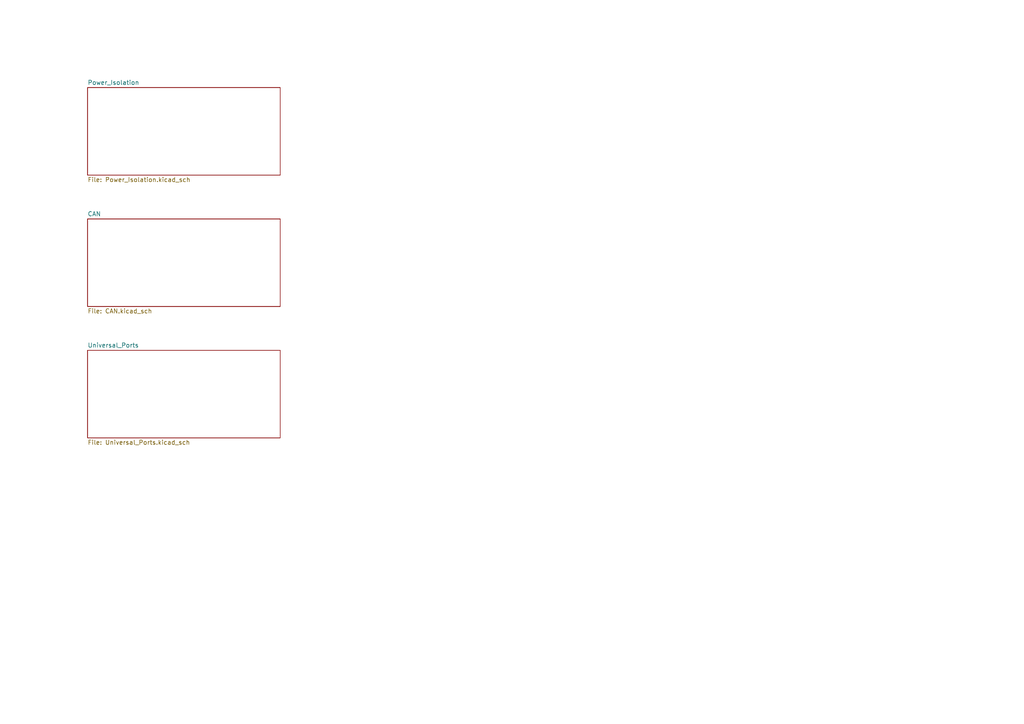
<source format=kicad_sch>
(kicad_sch
	(version 20250114)
	(generator "eeschema")
	(generator_version "9.0")
	(uuid "d188d587-a283-4d42-bf18-6e85dcc02a49")
	(paper "A4")
	(title_block
		(title "CAN Isolation_Power Board")
		(date "2025-11-06")
		(rev "Ver.1.1")
		(company "ISHI-Kai")
	)
	(lib_symbols)
	(sheet
		(at 25.4 101.6)
		(size 55.88 25.4)
		(exclude_from_sim no)
		(in_bom yes)
		(on_board yes)
		(dnp no)
		(fields_autoplaced yes)
		(stroke
			(width 0.1524)
			(type solid)
		)
		(fill
			(color 0 0 0 0.0000)
		)
		(uuid "54dda61f-9174-4ddd-af5e-6bc53d2182b0")
		(property "Sheetname" "Universal_Ports"
			(at 25.4 100.8884 0)
			(effects
				(font
					(size 1.27 1.27)
				)
				(justify left bottom)
			)
		)
		(property "Sheetfile" "Universal_Ports.kicad_sch"
			(at 25.4 127.5846 0)
			(effects
				(font
					(size 1.27 1.27)
				)
				(justify left top)
			)
		)
		(instances
			(project "CAN_Isolation"
				(path "/d188d587-a283-4d42-bf18-6e85dcc02a49"
					(page "4")
				)
			)
		)
	)
	(sheet
		(at 25.4 63.5)
		(size 55.88 25.4)
		(exclude_from_sim no)
		(in_bom yes)
		(on_board yes)
		(dnp no)
		(fields_autoplaced yes)
		(stroke
			(width 0.1524)
			(type solid)
		)
		(fill
			(color 0 0 0 0.0000)
		)
		(uuid "5dfa8e39-e9b8-4824-a3da-3e9c1cd4b8ee")
		(property "Sheetname" "CAN"
			(at 25.4 62.7884 0)
			(effects
				(font
					(size 1.27 1.27)
				)
				(justify left bottom)
			)
		)
		(property "Sheetfile" "CAN.kicad_sch"
			(at 25.4 89.4846 0)
			(effects
				(font
					(size 1.27 1.27)
				)
				(justify left top)
			)
		)
		(instances
			(project "CAN_Isolation"
				(path "/d188d587-a283-4d42-bf18-6e85dcc02a49"
					(page "3")
				)
			)
		)
	)
	(sheet
		(at 25.4 25.4)
		(size 55.88 25.4)
		(exclude_from_sim no)
		(in_bom yes)
		(on_board yes)
		(dnp no)
		(fields_autoplaced yes)
		(stroke
			(width 0.1524)
			(type solid)
		)
		(fill
			(color 0 0 0 0.0000)
		)
		(uuid "7e4d328d-cac9-4e09-9774-03494cf924e9")
		(property "Sheetname" "Power_Isolation"
			(at 25.4 24.6884 0)
			(effects
				(font
					(size 1.27 1.27)
				)
				(justify left bottom)
			)
		)
		(property "Sheetfile" "Power_Isolation.kicad_sch"
			(at 25.4 51.3846 0)
			(effects
				(font
					(size 1.27 1.27)
				)
				(justify left top)
			)
		)
		(instances
			(project "CAN_Isolation"
				(path "/d188d587-a283-4d42-bf18-6e85dcc02a49"
					(page "2")
				)
			)
		)
	)
	(sheet_instances
		(path "/"
			(page "1")
		)
	)
	(embedded_fonts no)
)

</source>
